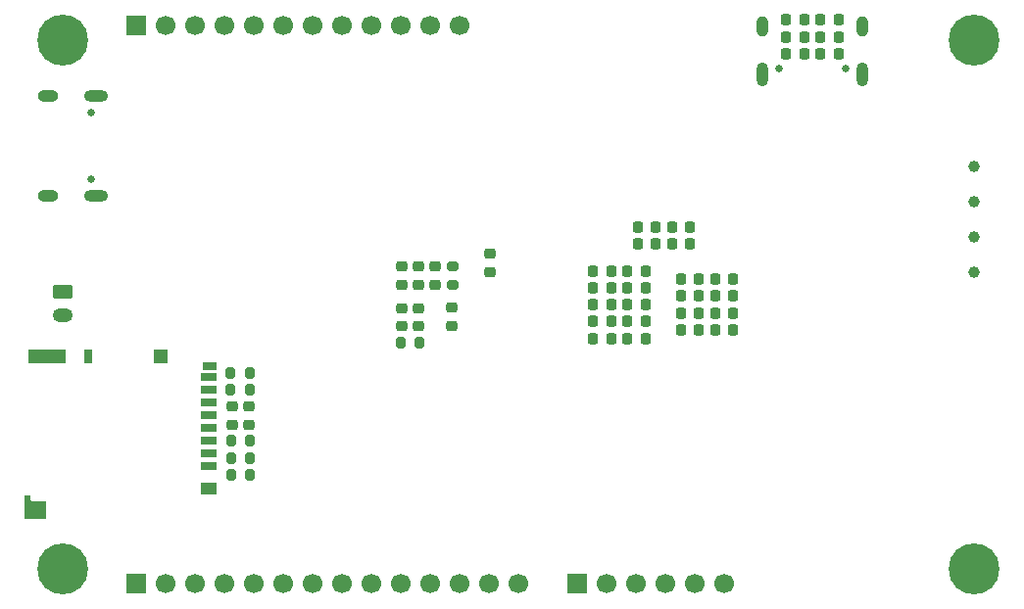
<source format=gbr>
%TF.GenerationSoftware,KiCad,Pcbnew,9.0.3*%
%TF.CreationDate,2025-11-22T17:05:10-05:00*%
%TF.ProjectId,SeedSBC_rev2_0,53656564-5342-4435-9f72-6576325f302e,rev?*%
%TF.SameCoordinates,Original*%
%TF.FileFunction,Soldermask,Bot*%
%TF.FilePolarity,Negative*%
%FSLAX46Y46*%
G04 Gerber Fmt 4.6, Leading zero omitted, Abs format (unit mm)*
G04 Created by KiCad (PCBNEW 9.0.3) date 2025-11-22 17:05:10*
%MOMM*%
%LPD*%
G01*
G04 APERTURE LIST*
G04 Aperture macros list*
%AMRoundRect*
0 Rectangle with rounded corners*
0 $1 Rounding radius*
0 $2 $3 $4 $5 $6 $7 $8 $9 X,Y pos of 4 corners*
0 Add a 4 corners polygon primitive as box body*
4,1,4,$2,$3,$4,$5,$6,$7,$8,$9,$2,$3,0*
0 Add four circle primitives for the rounded corners*
1,1,$1+$1,$2,$3*
1,1,$1+$1,$4,$5*
1,1,$1+$1,$6,$7*
1,1,$1+$1,$8,$9*
0 Add four rect primitives between the rounded corners*
20,1,$1+$1,$2,$3,$4,$5,0*
20,1,$1+$1,$4,$5,$6,$7,0*
20,1,$1+$1,$6,$7,$8,$9,0*
20,1,$1+$1,$8,$9,$2,$3,0*%
%AMRotRect*
0 Rectangle, with rotation*
0 The origin of the aperture is its center*
0 $1 length*
0 $2 width*
0 $3 Rotation angle, in degrees counterclockwise*
0 Add horizontal line*
21,1,$1,$2,0,0,$3*%
G04 Aperture macros list end*
%ADD10C,0.700000*%
%ADD11C,4.400000*%
%ADD12C,0.650000*%
%ADD13O,2.100000X1.000000*%
%ADD14O,1.800000X1.000000*%
%ADD15O,1.000000X2.100000*%
%ADD16O,1.000000X1.800000*%
%ADD17R,1.700000X1.700000*%
%ADD18C,1.700000*%
%ADD19RoundRect,0.250000X-0.625000X0.350000X-0.625000X-0.350000X0.625000X-0.350000X0.625000X0.350000X0*%
%ADD20O,1.750000X1.200000*%
%ADD21RoundRect,0.225000X0.225000X0.250000X-0.225000X0.250000X-0.225000X-0.250000X0.225000X-0.250000X0*%
%ADD22RoundRect,0.225000X-0.225000X-0.250000X0.225000X-0.250000X0.225000X0.250000X-0.225000X0.250000X0*%
%ADD23C,1.000000*%
%ADD24RoundRect,0.200000X0.200000X0.275000X-0.200000X0.275000X-0.200000X-0.275000X0.200000X-0.275000X0*%
%ADD25RoundRect,0.225000X-0.250000X0.225000X-0.250000X-0.225000X0.250000X-0.225000X0.250000X0.225000X0*%
%ADD26RoundRect,0.218750X0.256250X-0.218750X0.256250X0.218750X-0.256250X0.218750X-0.256250X-0.218750X0*%
%ADD27RoundRect,0.225000X0.250000X-0.225000X0.250000X0.225000X-0.250000X0.225000X-0.250000X-0.225000X0*%
%ADD28R,1.400000X0.700000*%
%ADD29R,1.200000X0.700000*%
%ADD30R,0.800000X1.200000*%
%ADD31R,1.900000X1.500000*%
%ADD32RotRect,0.200000X0.200000X45.000000*%
%ADD33R,0.500000X0.500000*%
%ADD34R,1.400000X1.000000*%
%ADD35R,3.200000X1.200000*%
%ADD36R,1.200000X1.200000*%
%ADD37RoundRect,0.200000X-0.275000X0.200000X-0.275000X-0.200000X0.275000X-0.200000X0.275000X0.200000X0*%
%ADD38RoundRect,0.218750X-0.256250X0.218750X-0.256250X-0.218750X0.256250X-0.218750X0.256250X0.218750X0*%
G04 APERTURE END LIST*
D10*
%TO.C,H1*%
X103760000Y-77470000D03*
X104243274Y-76303274D03*
X104243274Y-78636726D03*
X105410000Y-75820000D03*
D11*
X105410000Y-77470000D03*
D10*
X105410000Y-79120000D03*
X106576726Y-76303274D03*
X106576726Y-78636726D03*
X107060000Y-77470000D03*
%TD*%
D12*
%TO.C,J6*%
X107820000Y-83726000D03*
X107820000Y-89506000D03*
D13*
X108320000Y-82296000D03*
D14*
X104140000Y-82296000D03*
D13*
X108320000Y-90936000D03*
D14*
X104140000Y-90936000D03*
%TD*%
D10*
%TO.C,H2*%
X182500000Y-77470000D03*
X182983274Y-76303274D03*
X182983274Y-78636726D03*
X184150000Y-75820000D03*
D11*
X184150000Y-77470000D03*
D10*
X184150000Y-79120000D03*
X185316726Y-76303274D03*
X185316726Y-78636726D03*
X185800000Y-77470000D03*
%TD*%
D12*
%TO.C,J7*%
X173070000Y-79945000D03*
X167290000Y-79945000D03*
D15*
X174500000Y-80445000D03*
D16*
X174500000Y-76265000D03*
D15*
X165860000Y-80445000D03*
D16*
X165860000Y-76265000D03*
%TD*%
D10*
%TO.C,H3*%
X182500000Y-123190000D03*
X182983274Y-122023274D03*
X182983274Y-124356726D03*
X184150000Y-121540000D03*
D11*
X184150000Y-123190000D03*
D10*
X184150000Y-124840000D03*
X185316726Y-122023274D03*
X185316726Y-124356726D03*
X185800000Y-123190000D03*
%TD*%
D17*
%TO.C,J1*%
X111760000Y-76200000D03*
D18*
X114300000Y-76200000D03*
X116840000Y-76200000D03*
X119380000Y-76200000D03*
X121920000Y-76200000D03*
X124460000Y-76200000D03*
X127000000Y-76200000D03*
X129540000Y-76200000D03*
X132080000Y-76200000D03*
X134620000Y-76200000D03*
X137160000Y-76200000D03*
X139700000Y-76200000D03*
%TD*%
D10*
%TO.C,H4*%
X103760000Y-123190000D03*
X104243274Y-122023274D03*
X104243274Y-124356726D03*
X105410000Y-121540000D03*
D11*
X105410000Y-123190000D03*
D10*
X105410000Y-124840000D03*
X106576726Y-122023274D03*
X106576726Y-124356726D03*
X107060000Y-123190000D03*
%TD*%
D17*
%TO.C,J4*%
X149860000Y-124460000D03*
D18*
X152400000Y-124460000D03*
X154940000Y-124460000D03*
X157480000Y-124460000D03*
X160020000Y-124460000D03*
X162560000Y-124460000D03*
%TD*%
D19*
%TO.C,J3*%
X105390000Y-99250000D03*
D20*
X105390000Y-101250000D03*
%TD*%
D17*
%TO.C,J8*%
X111760000Y-124460000D03*
D18*
X114300000Y-124460000D03*
X116840000Y-124460000D03*
X119380000Y-124460000D03*
X121920000Y-124460000D03*
X124460000Y-124460000D03*
X127000000Y-124460000D03*
X129540000Y-124460000D03*
X132080000Y-124460000D03*
X134620000Y-124460000D03*
X137160000Y-124460000D03*
X139700000Y-124460000D03*
X142240000Y-124460000D03*
X144780000Y-124460000D03*
%TD*%
D21*
%TO.C,C27*%
X156625000Y-93620000D03*
X155075000Y-93620000D03*
%TD*%
D22*
%TO.C,C18*%
X154195000Y-103250000D03*
X155745000Y-103250000D03*
%TD*%
%TO.C,C52*%
X161775000Y-102505000D03*
X163325000Y-102505000D03*
%TD*%
D21*
%TO.C,C49*%
X160365000Y-98115000D03*
X158815000Y-98115000D03*
%TD*%
D23*
%TO.C,TP2V5*%
X184150000Y-94490000D03*
%TD*%
D21*
%TO.C,C50*%
X160365000Y-99575000D03*
X158815000Y-99575000D03*
%TD*%
D24*
%TO.C,R20*%
X136220000Y-103600000D03*
X134570000Y-103600000D03*
%TD*%
D21*
%TO.C,C32*%
X172425000Y-78650000D03*
X170875000Y-78650000D03*
%TD*%
%TO.C,C21*%
X152785000Y-101790000D03*
X151235000Y-101790000D03*
%TD*%
D22*
%TO.C,C31*%
X167915000Y-78650000D03*
X169465000Y-78650000D03*
%TD*%
D21*
%TO.C,C51*%
X160365000Y-101035000D03*
X158815000Y-101035000D03*
%TD*%
D25*
%TO.C,C59*%
X136130000Y-100620000D03*
X136130000Y-102170000D03*
%TD*%
D26*
%TO.C,L8*%
X139050000Y-102170000D03*
X139050000Y-100595000D03*
%TD*%
D21*
%TO.C,C20*%
X152785000Y-100330000D03*
X151235000Y-100330000D03*
%TD*%
%TO.C,C28*%
X156625000Y-95080000D03*
X155075000Y-95080000D03*
%TD*%
D24*
%TO.C,R3*%
X121580000Y-115040000D03*
X119930000Y-115040000D03*
%TD*%
D22*
%TO.C,C26*%
X154195000Y-98870000D03*
X155745000Y-98870000D03*
%TD*%
%TO.C,C24*%
X154195000Y-101790000D03*
X155745000Y-101790000D03*
%TD*%
D23*
%TO.C,TP1V2*%
X184150000Y-97540000D03*
%TD*%
%TO.C,TP5V0*%
X184150000Y-88390000D03*
%TD*%
D27*
%TO.C,C57*%
X134670000Y-98600000D03*
X134670000Y-97050000D03*
%TD*%
D21*
%TO.C,C11*%
X160365000Y-102495000D03*
X158815000Y-102495000D03*
%TD*%
D28*
%TO.C,J2*%
X118040000Y-114310000D03*
X118040000Y-113210000D03*
X118040000Y-112110000D03*
X118040000Y-111010000D03*
X118040000Y-109910000D03*
X118040000Y-108810000D03*
X118040000Y-107710000D03*
X118040000Y-106610000D03*
D29*
X118140000Y-105660000D03*
D30*
X107640000Y-104810000D03*
D31*
X103040000Y-118110000D03*
D32*
X102590000Y-117360000D03*
D33*
X102340000Y-117110000D03*
D34*
X118040000Y-116210000D03*
D35*
X104040000Y-104810000D03*
D36*
X113840000Y-104810000D03*
%TD*%
D24*
%TO.C,R47*%
X121580000Y-112120000D03*
X119930000Y-112120000D03*
%TD*%
D27*
%TO.C,C1*%
X120020000Y-110690000D03*
X120020000Y-109140000D03*
%TD*%
D21*
%TO.C,C19*%
X152785000Y-98870000D03*
X151235000Y-98870000D03*
%TD*%
%TO.C,C22*%
X152785000Y-103250000D03*
X151235000Y-103250000D03*
%TD*%
D22*
%TO.C,C25*%
X154195000Y-100330000D03*
X155745000Y-100330000D03*
%TD*%
D21*
%TO.C,C62*%
X172425000Y-75710000D03*
X170875000Y-75710000D03*
%TD*%
D25*
%TO.C,C44*%
X142330000Y-95930000D03*
X142330000Y-97480000D03*
%TD*%
D21*
%TO.C,C17*%
X152785000Y-97410000D03*
X151235000Y-97410000D03*
%TD*%
D37*
%TO.C,R19*%
X139070000Y-97000000D03*
X139070000Y-98650000D03*
%TD*%
D24*
%TO.C,R45*%
X121560000Y-106240000D03*
X119910000Y-106240000D03*
%TD*%
D22*
%TO.C,C29*%
X158035000Y-95080000D03*
X159585000Y-95080000D03*
%TD*%
%TO.C,C63*%
X167915000Y-75710000D03*
X169465000Y-75710000D03*
%TD*%
D24*
%TO.C,R46*%
X121560000Y-107700000D03*
X119910000Y-107700000D03*
%TD*%
D23*
%TO.C,TP3V3*%
X184150000Y-91440000D03*
%TD*%
D22*
%TO.C,C30*%
X158035000Y-93620000D03*
X159585000Y-93620000D03*
%TD*%
D25*
%TO.C,C58*%
X134670000Y-100620000D03*
X134670000Y-102170000D03*
%TD*%
D27*
%TO.C,C2*%
X121490000Y-110690000D03*
X121490000Y-109140000D03*
%TD*%
D22*
%TO.C,C53*%
X161775000Y-101035000D03*
X163325000Y-101035000D03*
%TD*%
D38*
%TO.C,L7*%
X137610000Y-97032500D03*
X137610000Y-98607500D03*
%TD*%
D22*
%TO.C,C12*%
X161775000Y-98115000D03*
X163325000Y-98115000D03*
%TD*%
D24*
%TO.C,R2*%
X121580000Y-113580000D03*
X119930000Y-113580000D03*
%TD*%
D27*
%TO.C,C46*%
X136140000Y-98600000D03*
X136140000Y-97050000D03*
%TD*%
D22*
%TO.C,C54*%
X161775000Y-99575000D03*
X163325000Y-99575000D03*
%TD*%
%TO.C,C48*%
X167915000Y-77180000D03*
X169465000Y-77180000D03*
%TD*%
%TO.C,C23*%
X154195000Y-97410000D03*
X155745000Y-97410000D03*
%TD*%
D21*
%TO.C,C47*%
X172425000Y-77180000D03*
X170875000Y-77180000D03*
%TD*%
M02*

</source>
